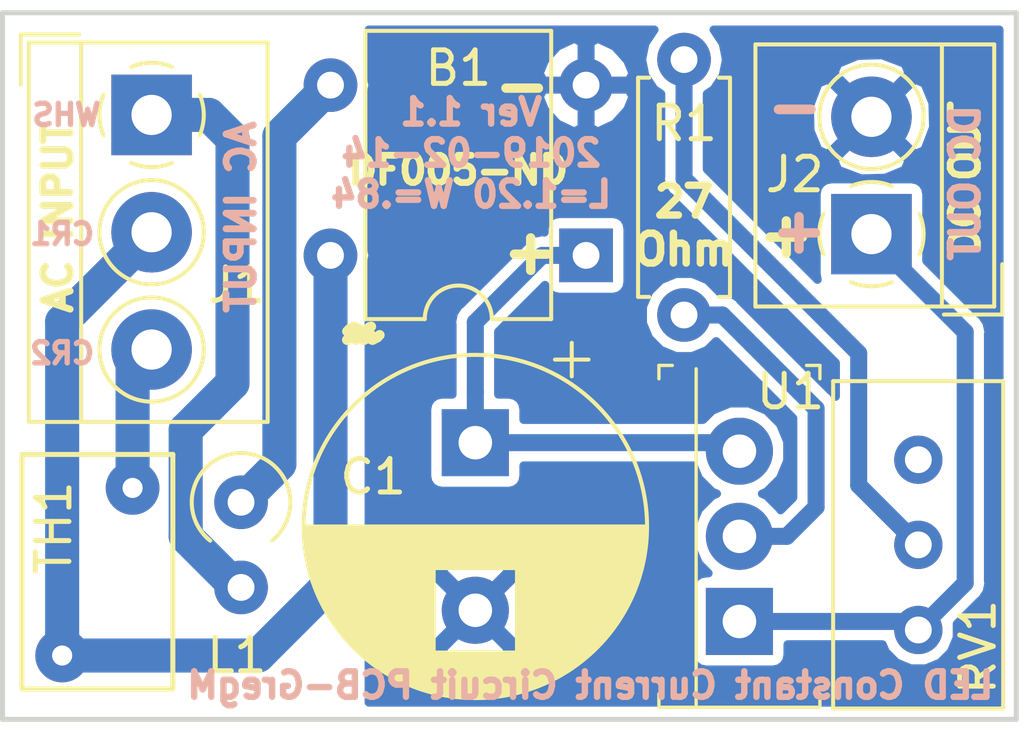
<source format=kicad_pcb>
(kicad_pcb (version 20171130) (host pcbnew "(5.0.2)-1")

  (general
    (thickness 1.6)
    (drawings 26)
    (tracks 39)
    (zones 0)
    (modules 9)
    (nets 11)
  )

  (page User 165.1 127)
  (title_block
    (date 2019-02-14)
    (rev "Ver 1.1")
  )

  (layers
    (0 F.Cu signal)
    (31 B.Cu signal)
    (32 B.Adhes user hide)
    (33 F.Adhes user hide)
    (34 B.Paste user hide)
    (35 F.Paste user hide)
    (36 B.SilkS user)
    (37 F.SilkS user)
    (38 B.Mask user)
    (39 F.Mask user)
    (40 Dwgs.User user hide)
    (41 Cmts.User user hide)
    (42 Eco1.User user hide)
    (43 Eco2.User user hide)
    (44 Edge.Cuts user)
    (45 Margin user)
    (46 B.CrtYd user)
    (47 F.CrtYd user)
    (48 B.Fab user)
    (49 F.Fab user)
  )

  (setup
    (last_trace_width 0.25)
    (user_trace_width 0.508)
    (user_trace_width 1.016)
    (user_trace_width 1.4986)
    (trace_clearance 0.2)
    (zone_clearance 0.3048)
    (zone_45_only no)
    (trace_min 0.2)
    (segment_width 0.2)
    (edge_width 0.15)
    (via_size 0.8)
    (via_drill 0.4)
    (via_min_size 0.4)
    (via_min_drill 0.3)
    (uvia_size 0.3)
    (uvia_drill 0.1)
    (uvias_allowed no)
    (uvia_min_size 0.2)
    (uvia_min_drill 0.1)
    (pcb_text_width 0.3)
    (pcb_text_size 1.5 1.5)
    (mod_edge_width 0.15)
    (mod_text_size 1 1)
    (mod_text_width 0.15)
    (pad_size 1.524 1.524)
    (pad_drill 0.762)
    (pad_to_mask_clearance 0.051)
    (solder_mask_min_width 0.25)
    (aux_axis_origin 0 0)
    (visible_elements 7FFFFFFF)
    (pcbplotparams
      (layerselection 0x010fc_ffffffff)
      (usegerberextensions false)
      (usegerberattributes false)
      (usegerberadvancedattributes false)
      (creategerberjobfile false)
      (excludeedgelayer true)
      (linewidth 0.100000)
      (plotframeref false)
      (viasonmask false)
      (mode 1)
      (useauxorigin false)
      (hpglpennumber 1)
      (hpglpenspeed 20)
      (hpglpendiameter 15.000000)
      (psnegative false)
      (psa4output false)
      (plotreference true)
      (plotvalue true)
      (plotinvisibletext false)
      (padsonsilk false)
      (subtractmaskfromsilk false)
      (outputformat 1)
      (mirror false)
      (drillshape 1)
      (scaleselection 1)
      (outputdirectory ""))
  )

  (net 0 "")
  (net 1 "Net-(B1-Pad4)")
  (net 2 "Net-(B1-Pad2)")
  (net 3 "Net-(B1-Pad3)")
  (net 4 "Net-(B1-Pad1)")
  (net 5 "Net-(J1-Pad1)")
  (net 6 "Net-(J1-Pad3)")
  (net 7 "Net-(J2-Pad1)")
  (net 8 "Net-(R1-Pad1)")
  (net 9 "Net-(R1-Pad2)")
  (net 10 "Net-(RV1-Pad3)")

  (net_class Default "This is the default net class."
    (clearance 0.2)
    (trace_width 0.25)
    (via_dia 0.8)
    (via_drill 0.4)
    (uvia_dia 0.3)
    (uvia_drill 0.1)
    (add_net "Net-(B1-Pad1)")
    (add_net "Net-(B1-Pad2)")
    (add_net "Net-(B1-Pad3)")
    (add_net "Net-(B1-Pad4)")
    (add_net "Net-(J1-Pad1)")
    (add_net "Net-(J1-Pad3)")
    (add_net "Net-(J2-Pad1)")
    (add_net "Net-(R1-Pad1)")
    (add_net "Net-(R1-Pad2)")
    (add_net "Net-(RV1-Pad3)")
  )

  (module TerminalBlock_4Ucon:TerminalBlock_4Ucon_1x03_P3.50mm_Horizontal (layer F.Cu) (tedit 5B294E91) (tstamp 5C7037FC)
    (at 18.161 25.4 270)
    (descr "Terminal Block 4Ucon ItemNo. 20193, 3 pins, pitch 3.5mm, size 11.2x7mm^2, drill diamater 1.2mm, pad diameter 2.4mm, see http://www.4uconnector.com/online/object/4udrawing/20193.pdf, script-generated using https://github.com/pointhi/kicad-footprint-generator/scripts/TerminalBlock_4Ucon")
    (tags "THT Terminal Block 4Ucon ItemNo. 20193 pitch 3.5mm size 11.2x7mm^2 drill 1.2mm pad 2.4mm")
    (path /5C48DB4D)
    (fp_text reference J1 (at 5.08 -2.54) (layer F.SilkS)
      (effects (font (size 1 1) (thickness 0.15)))
    )
    (fp_text value Conn (at 3.302 2.794 270) (layer F.Fab)
      (effects (font (size 1 1) (thickness 0.15)))
    )
    (fp_arc (start 0 0) (end 0 1.555) (angle -23) (layer F.SilkS) (width 0.12))
    (fp_arc (start 0 0) (end 1.432 0.608) (angle -46) (layer F.SilkS) (width 0.12))
    (fp_arc (start 0 0) (end 0.608 -1.432) (angle -46) (layer F.SilkS) (width 0.12))
    (fp_arc (start 0 0) (end -1.432 -0.608) (angle -46) (layer F.SilkS) (width 0.12))
    (fp_arc (start 0 0) (end -0.608 1.432) (angle -24) (layer F.SilkS) (width 0.12))
    (fp_circle (center 0 0) (end 1.375 0) (layer F.Fab) (width 0.1))
    (fp_circle (center 3.5 0) (end 4.875 0) (layer F.Fab) (width 0.1))
    (fp_circle (center 3.5 0) (end 5.055 0) (layer F.SilkS) (width 0.12))
    (fp_circle (center 7 0) (end 8.375 0) (layer F.Fab) (width 0.1))
    (fp_circle (center 7 0) (end 8.555 0) (layer F.SilkS) (width 0.12))
    (fp_line (start -2.1 -3.4) (end 9.1 -3.4) (layer F.Fab) (width 0.1))
    (fp_line (start 9.1 -3.4) (end 9.1 3.6) (layer F.Fab) (width 0.1))
    (fp_line (start 9.1 3.6) (end -0.6 3.6) (layer F.Fab) (width 0.1))
    (fp_line (start -0.6 3.6) (end -2.1 2.1) (layer F.Fab) (width 0.1))
    (fp_line (start -2.1 2.1) (end -2.1 -3.4) (layer F.Fab) (width 0.1))
    (fp_line (start -2.1 2.1) (end 9.1 2.1) (layer F.Fab) (width 0.1))
    (fp_line (start -2.16 2.1) (end 9.16 2.1) (layer F.SilkS) (width 0.12))
    (fp_line (start -2.16 -3.46) (end 9.16 -3.46) (layer F.SilkS) (width 0.12))
    (fp_line (start -2.16 3.66) (end 9.16 3.66) (layer F.SilkS) (width 0.12))
    (fp_line (start -2.16 -3.46) (end -2.16 3.66) (layer F.SilkS) (width 0.12))
    (fp_line (start 9.16 -3.46) (end 9.16 3.66) (layer F.SilkS) (width 0.12))
    (fp_line (start -1.1 -0.069) (end -0.069 -0.069) (layer F.Fab) (width 0.1))
    (fp_line (start -0.069 -0.069) (end -0.069 -1.1) (layer F.Fab) (width 0.1))
    (fp_line (start -0.069 -1.1) (end 0.069 -1.1) (layer F.Fab) (width 0.1))
    (fp_line (start 0.069 -1.1) (end 0.069 -0.069) (layer F.Fab) (width 0.1))
    (fp_line (start 0.069 -0.069) (end 1.1 -0.069) (layer F.Fab) (width 0.1))
    (fp_line (start 1.1 -0.069) (end 1.1 0.069) (layer F.Fab) (width 0.1))
    (fp_line (start 1.1 0.069) (end 0.069 0.069) (layer F.Fab) (width 0.1))
    (fp_line (start 0.069 0.069) (end 0.069 1.1) (layer F.Fab) (width 0.1))
    (fp_line (start 0.069 1.1) (end -0.069 1.1) (layer F.Fab) (width 0.1))
    (fp_line (start -0.069 1.1) (end -0.069 0.069) (layer F.Fab) (width 0.1))
    (fp_line (start -0.069 0.069) (end -1.1 0.069) (layer F.Fab) (width 0.1))
    (fp_line (start -1.1 0.069) (end -1.1 -0.069) (layer F.Fab) (width 0.1))
    (fp_line (start 2.4 -0.069) (end 3.431 -0.069) (layer F.Fab) (width 0.1))
    (fp_line (start 3.431 -0.069) (end 3.431 -1.1) (layer F.Fab) (width 0.1))
    (fp_line (start 3.431 -1.1) (end 3.569 -1.1) (layer F.Fab) (width 0.1))
    (fp_line (start 3.569 -1.1) (end 3.569 -0.069) (layer F.Fab) (width 0.1))
    (fp_line (start 3.569 -0.069) (end 4.6 -0.069) (layer F.Fab) (width 0.1))
    (fp_line (start 4.6 -0.069) (end 4.6 0.069) (layer F.Fab) (width 0.1))
    (fp_line (start 4.6 0.069) (end 3.569 0.069) (layer F.Fab) (width 0.1))
    (fp_line (start 3.569 0.069) (end 3.569 1.1) (layer F.Fab) (width 0.1))
    (fp_line (start 3.569 1.1) (end 3.431 1.1) (layer F.Fab) (width 0.1))
    (fp_line (start 3.431 1.1) (end 3.431 0.069) (layer F.Fab) (width 0.1))
    (fp_line (start 3.431 0.069) (end 2.4 0.069) (layer F.Fab) (width 0.1))
    (fp_line (start 2.4 0.069) (end 2.4 -0.069) (layer F.Fab) (width 0.1))
    (fp_line (start 5.9 -0.069) (end 6.931 -0.069) (layer F.Fab) (width 0.1))
    (fp_line (start 6.931 -0.069) (end 6.931 -1.1) (layer F.Fab) (width 0.1))
    (fp_line (start 6.931 -1.1) (end 7.069 -1.1) (layer F.Fab) (width 0.1))
    (fp_line (start 7.069 -1.1) (end 7.069 -0.069) (layer F.Fab) (width 0.1))
    (fp_line (start 7.069 -0.069) (end 8.1 -0.069) (layer F.Fab) (width 0.1))
    (fp_line (start 8.1 -0.069) (end 8.1 0.069) (layer F.Fab) (width 0.1))
    (fp_line (start 8.1 0.069) (end 7.069 0.069) (layer F.Fab) (width 0.1))
    (fp_line (start 7.069 0.069) (end 7.069 1.1) (layer F.Fab) (width 0.1))
    (fp_line (start 7.069 1.1) (end 6.931 1.1) (layer F.Fab) (width 0.1))
    (fp_line (start 6.931 1.1) (end 6.931 0.069) (layer F.Fab) (width 0.1))
    (fp_line (start 6.931 0.069) (end 5.9 0.069) (layer F.Fab) (width 0.1))
    (fp_line (start 5.9 0.069) (end 5.9 -0.069) (layer F.Fab) (width 0.1))
    (fp_line (start -2.4 2.16) (end -2.4 3.9) (layer F.SilkS) (width 0.12))
    (fp_line (start -2.4 3.9) (end -0.9 3.9) (layer F.SilkS) (width 0.12))
    (fp_line (start -2.6 -3.9) (end -2.6 4.1) (layer F.CrtYd) (width 0.05))
    (fp_line (start -2.6 4.1) (end 9.6 4.1) (layer F.CrtYd) (width 0.05))
    (fp_line (start 9.6 4.1) (end 9.6 -3.9) (layer F.CrtYd) (width 0.05))
    (fp_line (start 9.6 -3.9) (end -2.6 -3.9) (layer F.CrtYd) (width 0.05))
    (fp_text user %R (at 5.08 -2.54) (layer F.Fab)
      (effects (font (size 1 1) (thickness 0.15)))
    )
    (pad 1 thru_hole rect (at 0 0 270) (size 2.4 2.4) (drill 1.2) (layers *.Cu *.Mask)
      (net 5 "Net-(J1-Pad1)"))
    (pad 2 thru_hole circle (at 3.5 0 270) (size 2.4 2.4) (drill 1.2) (layers *.Cu *.Mask)
      (net 1 "Net-(B1-Pad4)"))
    (pad 3 thru_hole circle (at 7 0 270) (size 2.4 2.4) (drill 1.2) (layers *.Cu *.Mask)
      (net 6 "Net-(J1-Pad3)"))
    (model ${KISYS3DMOD}/TerminalBlock_4Ucon.3dshapes/TerminalBlock_4Ucon_1x03_P3.50mm_Horizontal.wrl
      (at (xyz 0 0 0))
      (scale (xyz 1 1 1))
      (rotate (xyz 0 0 0))
    )
  )

  (module Diode_THT:Diode_Bridge_DIP-4_W7.62mm_P5.08mm (layer F.Cu) (tedit 5C65954C) (tstamp 5C7036E9)
    (at 31.115 29.591 180)
    (descr "4-lead dip package for diode bridges, row spacing 7.62 mm (300 mils), see http://cdn-reichelt.de/documents/datenblatt/A400/HDBL101G_20SERIES-TSC.pdf")
    (tags "DIL DIP PDIP 5.08mm 7.62mm 300mil")
    (path /5C48E00E)
    (fp_text reference B1 (at 3.81 5.588 180) (layer F.SilkS)
      (effects (font (size 1 1) (thickness 0.15)))
    )
    (fp_text value DF005M-ND (at 3.81 2.54 180) (layer F.Fab) hide
      (effects (font (size 0.8128 0.8128) (thickness 0.127)))
    )
    (fp_text user %R (at 3.81 5.588) (layer F.Fab)
      (effects (font (size 1 1) (thickness 0.15)))
    )
    (fp_line (start 6.58 -1.9) (end 4.81 -1.9) (layer F.SilkS) (width 0.12))
    (fp_line (start 6.58 6.7) (end 6.58 -1.9) (layer F.SilkS) (width 0.12))
    (fp_line (start 1.04 6.7) (end 6.58 6.7) (layer F.SilkS) (width 0.12))
    (fp_line (start 1.04 -1.9) (end 1.04 6.7) (layer F.SilkS) (width 0.12))
    (fp_line (start 2.81 -1.9) (end 1.04 -1.9) (layer F.SilkS) (width 0.12))
    (fp_line (start 0.635 -0.8) (end 1.635 -1.8) (layer F.Fab) (width 0.1))
    (fp_line (start 0.635 6.6) (end 0.635 -0.8) (layer F.Fab) (width 0.1))
    (fp_line (start 6.985 6.6) (end 0.635 6.6) (layer F.Fab) (width 0.1))
    (fp_line (start 6.985 -1.8) (end 6.985 6.6) (layer F.Fab) (width 0.1))
    (fp_line (start 1.635 -1.8) (end 6.985 -1.8) (layer F.Fab) (width 0.1))
    (fp_line (start -1.05 -2.05) (end 8.67 -2.05) (layer F.CrtYd) (width 0.05))
    (fp_line (start -1.05 -2.05) (end -1.05 6.85) (layer F.CrtYd) (width 0.05))
    (fp_line (start 8.67 6.85) (end 8.67 -2.05) (layer F.CrtYd) (width 0.05))
    (fp_line (start 8.67 6.85) (end -1.05 6.85) (layer F.CrtYd) (width 0.05))
    (fp_arc (start 3.81 -1.9) (end 2.81 -1.9) (angle -180) (layer F.SilkS) (width 0.12))
    (pad 4 thru_hole oval (at 7.62 0 180) (size 1.6 1.6) (drill 0.8) (layers *.Cu *.Mask)
      (net 1 "Net-(B1-Pad4)"))
    (pad 2 thru_hole oval (at 0 5.08 180) (size 1.6 1.6) (drill 0.8) (layers *.Cu *.Mask)
      (net 2 "Net-(B1-Pad2)"))
    (pad 3 thru_hole oval (at 7.62 5.08 180) (size 1.6 1.6) (drill 0.8) (layers *.Cu *.Mask)
      (net 3 "Net-(B1-Pad3)"))
    (pad 1 thru_hole rect (at 0 0 180) (size 1.6 1.6) (drill 0.8) (layers *.Cu *.Mask)
      (net 4 "Net-(B1-Pad1)"))
    (model ${KISYS3DMOD}/Diode_THT.3dshapes/Diode_Bridge_DIP-4_W7.62mm_P5.08mm.wrl
      (at (xyz 0 0 0))
      (scale (xyz 1 1 1))
      (rotate (xyz 0 0 0))
    )
  )

  (module Capacitor_THT:CP_Radial_D10.0mm_P5.00mm (layer F.Cu) (tedit 5AE50EF1) (tstamp 5C7037B5)
    (at 27.813 35.179 270)
    (descr "CP, Radial series, Radial, pin pitch=5.00mm, , diameter=10mm, Electrolytic Capacitor")
    (tags "CP Radial series Radial pin pitch 5.00mm  diameter 10mm Electrolytic Capacitor")
    (path /5C48E05F)
    (fp_text reference C1 (at 1.016 3.048) (layer F.SilkS)
      (effects (font (size 1 1) (thickness 0.15)))
    )
    (fp_text value 470uF (at 1.778 -2.54) (layer F.Fab)
      (effects (font (size 1 1) (thickness 0.15)))
    )
    (fp_circle (center 2.5 0) (end 7.5 0) (layer F.Fab) (width 0.1))
    (fp_circle (center 2.5 0) (end 7.62 0) (layer F.SilkS) (width 0.12))
    (fp_circle (center 2.5 0) (end 7.75 0) (layer F.CrtYd) (width 0.05))
    (fp_line (start -1.788861 -2.1875) (end -0.788861 -2.1875) (layer F.Fab) (width 0.1))
    (fp_line (start -1.288861 -2.6875) (end -1.288861 -1.6875) (layer F.Fab) (width 0.1))
    (fp_line (start 2.5 -5.08) (end 2.5 5.08) (layer F.SilkS) (width 0.12))
    (fp_line (start 2.54 -5.08) (end 2.54 5.08) (layer F.SilkS) (width 0.12))
    (fp_line (start 2.58 -5.08) (end 2.58 5.08) (layer F.SilkS) (width 0.12))
    (fp_line (start 2.62 -5.079) (end 2.62 5.079) (layer F.SilkS) (width 0.12))
    (fp_line (start 2.66 -5.078) (end 2.66 5.078) (layer F.SilkS) (width 0.12))
    (fp_line (start 2.7 -5.077) (end 2.7 5.077) (layer F.SilkS) (width 0.12))
    (fp_line (start 2.74 -5.075) (end 2.74 5.075) (layer F.SilkS) (width 0.12))
    (fp_line (start 2.78 -5.073) (end 2.78 5.073) (layer F.SilkS) (width 0.12))
    (fp_line (start 2.82 -5.07) (end 2.82 5.07) (layer F.SilkS) (width 0.12))
    (fp_line (start 2.86 -5.068) (end 2.86 5.068) (layer F.SilkS) (width 0.12))
    (fp_line (start 2.9 -5.065) (end 2.9 5.065) (layer F.SilkS) (width 0.12))
    (fp_line (start 2.94 -5.062) (end 2.94 5.062) (layer F.SilkS) (width 0.12))
    (fp_line (start 2.98 -5.058) (end 2.98 5.058) (layer F.SilkS) (width 0.12))
    (fp_line (start 3.02 -5.054) (end 3.02 5.054) (layer F.SilkS) (width 0.12))
    (fp_line (start 3.06 -5.05) (end 3.06 5.05) (layer F.SilkS) (width 0.12))
    (fp_line (start 3.1 -5.045) (end 3.1 5.045) (layer F.SilkS) (width 0.12))
    (fp_line (start 3.14 -5.04) (end 3.14 5.04) (layer F.SilkS) (width 0.12))
    (fp_line (start 3.18 -5.035) (end 3.18 5.035) (layer F.SilkS) (width 0.12))
    (fp_line (start 3.221 -5.03) (end 3.221 5.03) (layer F.SilkS) (width 0.12))
    (fp_line (start 3.261 -5.024) (end 3.261 5.024) (layer F.SilkS) (width 0.12))
    (fp_line (start 3.301 -5.018) (end 3.301 5.018) (layer F.SilkS) (width 0.12))
    (fp_line (start 3.341 -5.011) (end 3.341 5.011) (layer F.SilkS) (width 0.12))
    (fp_line (start 3.381 -5.004) (end 3.381 5.004) (layer F.SilkS) (width 0.12))
    (fp_line (start 3.421 -4.997) (end 3.421 4.997) (layer F.SilkS) (width 0.12))
    (fp_line (start 3.461 -4.99) (end 3.461 4.99) (layer F.SilkS) (width 0.12))
    (fp_line (start 3.501 -4.982) (end 3.501 4.982) (layer F.SilkS) (width 0.12))
    (fp_line (start 3.541 -4.974) (end 3.541 4.974) (layer F.SilkS) (width 0.12))
    (fp_line (start 3.581 -4.965) (end 3.581 4.965) (layer F.SilkS) (width 0.12))
    (fp_line (start 3.621 -4.956) (end 3.621 4.956) (layer F.SilkS) (width 0.12))
    (fp_line (start 3.661 -4.947) (end 3.661 4.947) (layer F.SilkS) (width 0.12))
    (fp_line (start 3.701 -4.938) (end 3.701 4.938) (layer F.SilkS) (width 0.12))
    (fp_line (start 3.741 -4.928) (end 3.741 4.928) (layer F.SilkS) (width 0.12))
    (fp_line (start 3.781 -4.918) (end 3.781 -1.241) (layer F.SilkS) (width 0.12))
    (fp_line (start 3.781 1.241) (end 3.781 4.918) (layer F.SilkS) (width 0.12))
    (fp_line (start 3.821 -4.907) (end 3.821 -1.241) (layer F.SilkS) (width 0.12))
    (fp_line (start 3.821 1.241) (end 3.821 4.907) (layer F.SilkS) (width 0.12))
    (fp_line (start 3.861 -4.897) (end 3.861 -1.241) (layer F.SilkS) (width 0.12))
    (fp_line (start 3.861 1.241) (end 3.861 4.897) (layer F.SilkS) (width 0.12))
    (fp_line (start 3.901 -4.885) (end 3.901 -1.241) (layer F.SilkS) (width 0.12))
    (fp_line (start 3.901 1.241) (end 3.901 4.885) (layer F.SilkS) (width 0.12))
    (fp_line (start 3.941 -4.874) (end 3.941 -1.241) (layer F.SilkS) (width 0.12))
    (fp_line (start 3.941 1.241) (end 3.941 4.874) (layer F.SilkS) (width 0.12))
    (fp_line (start 3.981 -4.862) (end 3.981 -1.241) (layer F.SilkS) (width 0.12))
    (fp_line (start 3.981 1.241) (end 3.981 4.862) (layer F.SilkS) (width 0.12))
    (fp_line (start 4.021 -4.85) (end 4.021 -1.241) (layer F.SilkS) (width 0.12))
    (fp_line (start 4.021 1.241) (end 4.021 4.85) (layer F.SilkS) (width 0.12))
    (fp_line (start 4.061 -4.837) (end 4.061 -1.241) (layer F.SilkS) (width 0.12))
    (fp_line (start 4.061 1.241) (end 4.061 4.837) (layer F.SilkS) (width 0.12))
    (fp_line (start 4.101 -4.824) (end 4.101 -1.241) (layer F.SilkS) (width 0.12))
    (fp_line (start 4.101 1.241) (end 4.101 4.824) (layer F.SilkS) (width 0.12))
    (fp_line (start 4.141 -4.811) (end 4.141 -1.241) (layer F.SilkS) (width 0.12))
    (fp_line (start 4.141 1.241) (end 4.141 4.811) (layer F.SilkS) (width 0.12))
    (fp_line (start 4.181 -4.797) (end 4.181 -1.241) (layer F.SilkS) (width 0.12))
    (fp_line (start 4.181 1.241) (end 4.181 4.797) (layer F.SilkS) (width 0.12))
    (fp_line (start 4.221 -4.783) (end 4.221 -1.241) (layer F.SilkS) (width 0.12))
    (fp_line (start 4.221 1.241) (end 4.221 4.783) (layer F.SilkS) (width 0.12))
    (fp_line (start 4.261 -4.768) (end 4.261 -1.241) (layer F.SilkS) (width 0.12))
    (fp_line (start 4.261 1.241) (end 4.261 4.768) (layer F.SilkS) (width 0.12))
    (fp_line (start 4.301 -4.754) (end 4.301 -1.241) (layer F.SilkS) (width 0.12))
    (fp_line (start 4.301 1.241) (end 4.301 4.754) (layer F.SilkS) (width 0.12))
    (fp_line (start 4.341 -4.738) (end 4.341 -1.241) (layer F.SilkS) (width 0.12))
    (fp_line (start 4.341 1.241) (end 4.341 4.738) (layer F.SilkS) (width 0.12))
    (fp_line (start 4.381 -4.723) (end 4.381 -1.241) (layer F.SilkS) (width 0.12))
    (fp_line (start 4.381 1.241) (end 4.381 4.723) (layer F.SilkS) (width 0.12))
    (fp_line (start 4.421 -4.707) (end 4.421 -1.241) (layer F.SilkS) (width 0.12))
    (fp_line (start 4.421 1.241) (end 4.421 4.707) (layer F.SilkS) (width 0.12))
    (fp_line (start 4.461 -4.69) (end 4.461 -1.241) (layer F.SilkS) (width 0.12))
    (fp_line (start 4.461 1.241) (end 4.461 4.69) (layer F.SilkS) (width 0.12))
    (fp_line (start 4.501 -4.674) (end 4.501 -1.241) (layer F.SilkS) (width 0.12))
    (fp_line (start 4.501 1.241) (end 4.501 4.674) (layer F.SilkS) (width 0.12))
    (fp_line (start 4.541 -4.657) (end 4.541 -1.241) (layer F.SilkS) (width 0.12))
    (fp_line (start 4.541 1.241) (end 4.541 4.657) (layer F.SilkS) (width 0.12))
    (fp_line (start 4.581 -4.639) (end 4.581 -1.241) (layer F.SilkS) (width 0.12))
    (fp_line (start 4.581 1.241) (end 4.581 4.639) (layer F.SilkS) (width 0.12))
    (fp_line (start 4.621 -4.621) (end 4.621 -1.241) (layer F.SilkS) (width 0.12))
    (fp_line (start 4.621 1.241) (end 4.621 4.621) (layer F.SilkS) (width 0.12))
    (fp_line (start 4.661 -4.603) (end 4.661 -1.241) (layer F.SilkS) (width 0.12))
    (fp_line (start 4.661 1.241) (end 4.661 4.603) (layer F.SilkS) (width 0.12))
    (fp_line (start 4.701 -4.584) (end 4.701 -1.241) (layer F.SilkS) (width 0.12))
    (fp_line (start 4.701 1.241) (end 4.701 4.584) (layer F.SilkS) (width 0.12))
    (fp_line (start 4.741 -4.564) (end 4.741 -1.241) (layer F.SilkS) (width 0.12))
    (fp_line (start 4.741 1.241) (end 4.741 4.564) (layer F.SilkS) (width 0.12))
    (fp_line (start 4.781 -4.545) (end 4.781 -1.241) (layer F.SilkS) (width 0.12))
    (fp_line (start 4.781 1.241) (end 4.781 4.545) (layer F.SilkS) (width 0.12))
    (fp_line (start 4.821 -4.525) (end 4.821 -1.241) (layer F.SilkS) (width 0.12))
    (fp_line (start 4.821 1.241) (end 4.821 4.525) (layer F.SilkS) (width 0.12))
    (fp_line (start 4.861 -4.504) (end 4.861 -1.241) (layer F.SilkS) (width 0.12))
    (fp_line (start 4.861 1.241) (end 4.861 4.504) (layer F.SilkS) (width 0.12))
    (fp_line (start 4.901 -4.483) (end 4.901 -1.241) (layer F.SilkS) (width 0.12))
    (fp_line (start 4.901 1.241) (end 4.901 4.483) (layer F.SilkS) (width 0.12))
    (fp_line (start 4.941 -4.462) (end 4.941 -1.241) (layer F.SilkS) (width 0.12))
    (fp_line (start 4.941 1.241) (end 4.941 4.462) (layer F.SilkS) (width 0.12))
    (fp_line (start 4.981 -4.44) (end 4.981 -1.241) (layer F.SilkS) (width 0.12))
    (fp_line (start 4.981 1.241) (end 4.981 4.44) (layer F.SilkS) (width 0.12))
    (fp_line (start 5.021 -4.417) (end 5.021 -1.241) (layer F.SilkS) (width 0.12))
    (fp_line (start 5.021 1.241) (end 5.021 4.417) (layer F.SilkS) (width 0.12))
    (fp_line (start 5.061 -4.395) (end 5.061 -1.241) (layer F.SilkS) (width 0.12))
    (fp_line (start 5.061 1.241) (end 5.061 4.395) (layer F.SilkS) (width 0.12))
    (fp_line (start 5.101 -4.371) (end 5.101 -1.241) (layer F.SilkS) (width 0.12))
    (fp_line (start 5.101 1.241) (end 5.101 4.371) (layer F.SilkS) (width 0.12))
    (fp_line (start 5.141 -4.347) (end 5.141 -1.241) (layer F.SilkS) (width 0.12))
    (fp_line (start 5.141 1.241) (end 5.141 4.347) (layer F.SilkS) (width 0.12))
    (fp_line (start 5.181 -4.323) (end 5.181 -1.241) (layer F.SilkS) (width 0.12))
    (fp_line (start 5.181 1.241) (end 5.181 4.323) (layer F.SilkS) (width 0.12))
    (fp_line (start 5.221 -4.298) (end 5.221 -1.241) (layer F.SilkS) (width 0.12))
    (fp_line (start 5.221 1.241) (end 5.221 4.298) (layer F.SilkS) (width 0.12))
    (fp_line (start 5.261 -4.273) (end 5.261 -1.241) (layer F.SilkS) (width 0.12))
    (fp_line (start 5.261 1.241) (end 5.261 4.273) (layer F.SilkS) (width 0.12))
    (fp_line (start 5.301 -4.247) (end 5.301 -1.241) (layer F.SilkS) (width 0.12))
    (fp_line (start 5.301 1.241) (end 5.301 4.247) (layer F.SilkS) (width 0.12))
    (fp_line (start 5.341 -4.221) (end 5.341 -1.241) (layer F.SilkS) (width 0.12))
    (fp_line (start 5.341 1.241) (end 5.341 4.221) (layer F.SilkS) (width 0.12))
    (fp_line (start 5.381 -4.194) (end 5.381 -1.241) (layer F.SilkS) (width 0.12))
    (fp_line (start 5.381 1.241) (end 5.381 4.194) (layer F.SilkS) (width 0.12))
    (fp_line (start 5.421 -4.166) (end 5.421 -1.241) (layer F.SilkS) (width 0.12))
    (fp_line (start 5.421 1.241) (end 5.421 4.166) (layer F.SilkS) (width 0.12))
    (fp_line (start 5.461 -4.138) (end 5.461 -1.241) (layer F.SilkS) (width 0.12))
    (fp_line (start 5.461 1.241) (end 5.461 4.138) (layer F.SilkS) (width 0.12))
    (fp_line (start 5.501 -4.11) (end 5.501 -1.241) (layer F.SilkS) (width 0.12))
    (fp_line (start 5.501 1.241) (end 5.501 4.11) (layer F.SilkS) (width 0.12))
    (fp_line (start 5.541 -4.08) (end 5.541 -1.241) (layer F.SilkS) (width 0.12))
    (fp_line (start 5.541 1.241) (end 5.541 4.08) (layer F.SilkS) (width 0.12))
    (fp_line (start 5.581 -4.05) (end 5.581 -1.241) (layer F.SilkS) (width 0.12))
    (fp_line (start 5.581 1.241) (end 5.581 4.05) (layer F.SilkS) (width 0.12))
    (fp_line (start 5.621 -4.02) (end 5.621 -1.241) (layer F.SilkS) (width 0.12))
    (fp_line (start 5.621 1.241) (end 5.621 4.02) (layer F.SilkS) (width 0.12))
    (fp_line (start 5.661 -3.989) (end 5.661 -1.241) (layer F.SilkS) (width 0.12))
    (fp_line (start 5.661 1.241) (end 5.661 3.989) (layer F.SilkS) (width 0.12))
    (fp_line (start 5.701 -3.957) (end 5.701 -1.241) (layer F.SilkS) (width 0.12))
    (fp_line (start 5.701 1.241) (end 5.701 3.957) (layer F.SilkS) (width 0.12))
    (fp_line (start 5.741 -3.925) (end 5.741 -1.241) (layer F.SilkS) (width 0.12))
    (fp_line (start 5.741 1.241) (end 5.741 3.925) (layer F.SilkS) (width 0.12))
    (fp_line (start 5.781 -3.892) (end 5.781 -1.241) (layer F.SilkS) (width 0.12))
    (fp_line (start 5.781 1.241) (end 5.781 3.892) (layer F.SilkS) (width 0.12))
    (fp_line (start 5.821 -3.858) (end 5.821 -1.241) (layer F.SilkS) (width 0.12))
    (fp_line (start 5.821 1.241) (end 5.821 3.858) (layer F.SilkS) (width 0.12))
    (fp_line (start 5.861 -3.824) (end 5.861 -1.241) (layer F.SilkS) (width 0.12))
    (fp_line (start 5.861 1.241) (end 5.861 3.824) (layer F.SilkS) (width 0.12))
    (fp_line (start 5.901 -3.789) (end 5.901 -1.241) (layer F.SilkS) (width 0.12))
    (fp_line (start 5.901 1.241) (end 5.901 3.789) (layer F.SilkS) (width 0.12))
    (fp_line (start 5.941 -3.753) (end 5.941 -1.241) (layer F.SilkS) (width 0.12))
    (fp_line (start 5.941 1.241) (end 5.941 3.753) (layer F.SilkS) (width 0.12))
    (fp_line (start 5.981 -3.716) (end 5.981 -1.241) (layer F.SilkS) (width 0.12))
    (fp_line (start 5.981 1.241) (end 5.981 3.716) (layer F.SilkS) (width 0.12))
    (fp_line (start 6.021 -3.679) (end 6.021 -1.241) (layer F.SilkS) (width 0.12))
    (fp_line (start 6.021 1.241) (end 6.021 3.679) (layer F.SilkS) (width 0.12))
    (fp_line (start 6.061 -3.64) (end 6.061 -1.241) (layer F.SilkS) (width 0.12))
    (fp_line (start 6.061 1.241) (end 6.061 3.64) (layer F.SilkS) (width 0.12))
    (fp_line (start 6.101 -3.601) (end 6.101 -1.241) (layer F.SilkS) (width 0.12))
    (fp_line (start 6.101 1.241) (end 6.101 3.601) (layer F.SilkS) (width 0.12))
    (fp_line (start 6.141 -3.561) (end 6.141 -1.241) (layer F.SilkS) (width 0.12))
    (fp_line (start 6.141 1.241) (end 6.141 3.561) (layer F.SilkS) (width 0.12))
    (fp_line (start 6.181 -3.52) (end 6.181 -1.241) (layer F.SilkS) (width 0.12))
    (fp_line (start 6.181 1.241) (end 6.181 3.52) (layer F.SilkS) (width 0.12))
    (fp_line (start 6.221 -3.478) (end 6.221 -1.241) (layer F.SilkS) (width 0.12))
    (fp_line (start 6.221 1.241) (end 6.221 3.478) (layer F.SilkS) (width 0.12))
    (fp_line (start 6.261 -3.436) (end 6.261 3.436) (layer F.SilkS) (width 0.12))
    (fp_line (start 6.301 -3.392) (end 6.301 3.392) (layer F.SilkS) (width 0.12))
    (fp_line (start 6.341 -3.347) (end 6.341 3.347) (layer F.SilkS) (width 0.12))
    (fp_line (start 6.381 -3.301) (end 6.381 3.301) (layer F.SilkS) (width 0.12))
    (fp_line (start 6.421 -3.254) (end 6.421 3.254) (layer F.SilkS) (width 0.12))
    (fp_line (start 6.461 -3.206) (end 6.461 3.206) (layer F.SilkS) (width 0.12))
    (fp_line (start 6.501 -3.156) (end 6.501 3.156) (layer F.SilkS) (width 0.12))
    (fp_line (start 6.541 -3.106) (end 6.541 3.106) (layer F.SilkS) (width 0.12))
    (fp_line (start 6.581 -3.054) (end 6.581 3.054) (layer F.SilkS) (width 0.12))
    (fp_line (start 6.621 -3) (end 6.621 3) (layer F.SilkS) (width 0.12))
    (fp_line (start 6.661 -2.945) (end 6.661 2.945) (layer F.SilkS) (width 0.12))
    (fp_line (start 6.701 -2.889) (end 6.701 2.889) (layer F.SilkS) (width 0.12))
    (fp_line (start 6.741 -2.83) (end 6.741 2.83) (layer F.SilkS) (width 0.12))
    (fp_line (start 6.781 -2.77) (end 6.781 2.77) (layer F.SilkS) (width 0.12))
    (fp_line (start 6.821 -2.709) (end 6.821 2.709) (layer F.SilkS) (width 0.12))
    (fp_line (start 6.861 -2.645) (end 6.861 2.645) (layer F.SilkS) (width 0.12))
    (fp_line (start 6.901 -2.579) (end 6.901 2.579) (layer F.SilkS) (width 0.12))
    (fp_line (start 6.941 -2.51) (end 6.941 2.51) (layer F.SilkS) (width 0.12))
    (fp_line (start 6.981 -2.439) (end 6.981 2.439) (layer F.SilkS) (width 0.12))
    (fp_line (start 7.021 -2.365) (end 7.021 2.365) (layer F.SilkS) (width 0.12))
    (fp_line (start 7.061 -2.289) (end 7.061 2.289) (layer F.SilkS) (width 0.12))
    (fp_line (start 7.101 -2.209) (end 7.101 2.209) (layer F.SilkS) (width 0.12))
    (fp_line (start 7.141 -2.125) (end 7.141 2.125) (layer F.SilkS) (width 0.12))
    (fp_line (start 7.181 -2.037) (end 7.181 2.037) (layer F.SilkS) (width 0.12))
    (fp_line (start 7.221 -1.944) (end 7.221 1.944) (layer F.SilkS) (width 0.12))
    (fp_line (start 7.261 -1.846) (end 7.261 1.846) (layer F.SilkS) (width 0.12))
    (fp_line (start 7.301 -1.742) (end 7.301 1.742) (layer F.SilkS) (width 0.12))
    (fp_line (start 7.341 -1.63) (end 7.341 1.63) (layer F.SilkS) (width 0.12))
    (fp_line (start 7.381 -1.51) (end 7.381 1.51) (layer F.SilkS) (width 0.12))
    (fp_line (start 7.421 -1.378) (end 7.421 1.378) (layer F.SilkS) (width 0.12))
    (fp_line (start 7.461 -1.23) (end 7.461 1.23) (layer F.SilkS) (width 0.12))
    (fp_line (start 7.501 -1.062) (end 7.501 1.062) (layer F.SilkS) (width 0.12))
    (fp_line (start 7.541 -0.862) (end 7.541 0.862) (layer F.SilkS) (width 0.12))
    (fp_line (start 7.581 -0.599) (end 7.581 0.599) (layer F.SilkS) (width 0.12))
    (fp_line (start -2.979646 -2.875) (end -1.979646 -2.875) (layer F.SilkS) (width 0.12))
    (fp_line (start -2.479646 -3.375) (end -2.479646 -2.375) (layer F.SilkS) (width 0.12))
    (fp_text user %R (at 1.016 3.048) (layer F.Fab)
      (effects (font (size 1 1) (thickness 0.15)))
    )
    (pad 1 thru_hole rect (at 0 0 270) (size 2 2) (drill 1) (layers *.Cu *.Mask)
      (net 4 "Net-(B1-Pad1)"))
    (pad 2 thru_hole circle (at 5 0 270) (size 2 2) (drill 1) (layers *.Cu *.Mask)
      (net 2 "Net-(B1-Pad2)"))
    (model ${KISYS3DMOD}/Capacitor_THT.3dshapes/CP_Radial_D10.0mm_P5.00mm.wrl
      (at (xyz 0 0 0))
      (scale (xyz 1 1 1))
      (rotate (xyz 0 0 0))
    )
  )

  (module TerminalBlock_4Ucon:TerminalBlock_4Ucon_1x02_P3.50mm_Horizontal (layer F.Cu) (tedit 5B294E91) (tstamp 5C703834)
    (at 39.624 28.956 90)
    (descr "Terminal Block 4Ucon ItemNo. 19963, 2 pins, pitch 3.5mm, size 7.7x7mm^2, drill diamater 1.2mm, pad diameter 2.4mm, see http://www.4uconnector.com/online/object/4udrawing/19963.pdf, script-generated using https://github.com/pointhi/kicad-footprint-generator/scripts/TerminalBlock_4Ucon")
    (tags "THT Terminal Block 4Ucon ItemNo. 19963 pitch 3.5mm size 7.7x7mm^2 drill 1.2mm pad 2.4mm")
    (path /5C48DBD2)
    (fp_text reference J2 (at 1.778 -2.286 180) (layer F.SilkS)
      (effects (font (size 1 1) (thickness 0.15)))
    )
    (fp_text value Conn (at 1.778 2.794 90) (layer F.Fab)
      (effects (font (size 1 1) (thickness 0.15)))
    )
    (fp_arc (start 0 0) (end 0 1.555) (angle -23) (layer F.SilkS) (width 0.12))
    (fp_arc (start 0 0) (end 1.432 0.608) (angle -46) (layer F.SilkS) (width 0.12))
    (fp_arc (start 0 0) (end 0.608 -1.432) (angle -46) (layer F.SilkS) (width 0.12))
    (fp_arc (start 0 0) (end -1.432 -0.608) (angle -46) (layer F.SilkS) (width 0.12))
    (fp_arc (start 0 0) (end -0.608 1.432) (angle -24) (layer F.SilkS) (width 0.12))
    (fp_circle (center 0 0) (end 1.375 0) (layer F.Fab) (width 0.1))
    (fp_circle (center 3.5 0) (end 4.875 0) (layer F.Fab) (width 0.1))
    (fp_circle (center 3.5 0) (end 5.055 0) (layer F.SilkS) (width 0.12))
    (fp_line (start -2.1 -3.4) (end 5.6 -3.4) (layer F.Fab) (width 0.1))
    (fp_line (start 5.6 -3.4) (end 5.6 3.6) (layer F.Fab) (width 0.1))
    (fp_line (start 5.6 3.6) (end -0.6 3.6) (layer F.Fab) (width 0.1))
    (fp_line (start -0.6 3.6) (end -2.1 2.1) (layer F.Fab) (width 0.1))
    (fp_line (start -2.1 2.1) (end -2.1 -3.4) (layer F.Fab) (width 0.1))
    (fp_line (start -2.1 2.1) (end 5.6 2.1) (layer F.Fab) (width 0.1))
    (fp_line (start -2.16 2.1) (end 5.66 2.1) (layer F.SilkS) (width 0.12))
    (fp_line (start -2.16 -3.46) (end 5.66 -3.46) (layer F.SilkS) (width 0.12))
    (fp_line (start -2.16 3.66) (end 5.66 3.66) (layer F.SilkS) (width 0.12))
    (fp_line (start -2.16 -3.46) (end -2.16 3.66) (layer F.SilkS) (width 0.12))
    (fp_line (start 5.66 -3.46) (end 5.66 3.66) (layer F.SilkS) (width 0.12))
    (fp_line (start -1.1 -0.069) (end -0.069 -0.069) (layer F.Fab) (width 0.1))
    (fp_line (start -0.069 -0.069) (end -0.069 -1.1) (layer F.Fab) (width 0.1))
    (fp_line (start -0.069 -1.1) (end 0.069 -1.1) (layer F.Fab) (width 0.1))
    (fp_line (start 0.069 -1.1) (end 0.069 -0.069) (layer F.Fab) (width 0.1))
    (fp_line (start 0.069 -0.069) (end 1.1 -0.069) (layer F.Fab) (width 0.1))
    (fp_line (start 1.1 -0.069) (end 1.1 0.069) (layer F.Fab) (width 0.1))
    (fp_line (start 1.1 0.069) (end 0.069 0.069) (layer F.Fab) (width 0.1))
    (fp_line (start 0.069 0.069) (end 0.069 1.1) (layer F.Fab) (width 0.1))
    (fp_line (start 0.069 1.1) (end -0.069 1.1) (layer F.Fab) (width 0.1))
    (fp_line (start -0.069 1.1) (end -0.069 0.069) (layer F.Fab) (width 0.1))
    (fp_line (start -0.069 0.069) (end -1.1 0.069) (layer F.Fab) (width 0.1))
    (fp_line (start -1.1 0.069) (end -1.1 -0.069) (layer F.Fab) (width 0.1))
    (fp_line (start 2.4 -0.069) (end 3.431 -0.069) (layer F.Fab) (width 0.1))
    (fp_line (start 3.431 -0.069) (end 3.431 -1.1) (layer F.Fab) (width 0.1))
    (fp_line (start 3.431 -1.1) (end 3.569 -1.1) (layer F.Fab) (width 0.1))
    (fp_line (start 3.569 -1.1) (end 3.569 -0.069) (layer F.Fab) (width 0.1))
    (fp_line (start 3.569 -0.069) (end 4.6 -0.069) (layer F.Fab) (width 0.1))
    (fp_line (start 4.6 -0.069) (end 4.6 0.069) (layer F.Fab) (width 0.1))
    (fp_line (start 4.6 0.069) (end 3.569 0.069) (layer F.Fab) (width 0.1))
    (fp_line (start 3.569 0.069) (end 3.569 1.1) (layer F.Fab) (width 0.1))
    (fp_line (start 3.569 1.1) (end 3.431 1.1) (layer F.Fab) (width 0.1))
    (fp_line (start 3.431 1.1) (end 3.431 0.069) (layer F.Fab) (width 0.1))
    (fp_line (start 3.431 0.069) (end 2.4 0.069) (layer F.Fab) (width 0.1))
    (fp_line (start 2.4 0.069) (end 2.4 -0.069) (layer F.Fab) (width 0.1))
    (fp_line (start -2.4 2.16) (end -2.4 3.9) (layer F.SilkS) (width 0.12))
    (fp_line (start -2.4 3.9) (end -0.9 3.9) (layer F.SilkS) (width 0.12))
    (fp_line (start -2.6 -3.9) (end -2.6 4.1) (layer F.CrtYd) (width 0.05))
    (fp_line (start -2.6 4.1) (end 6.1 4.1) (layer F.CrtYd) (width 0.05))
    (fp_line (start 6.1 4.1) (end 6.1 -3.9) (layer F.CrtYd) (width 0.05))
    (fp_line (start 6.1 -3.9) (end -2.6 -3.9) (layer F.CrtYd) (width 0.05))
    (fp_text user %R (at 1.778 -2.286 180) (layer F.Fab)
      (effects (font (size 1 1) (thickness 0.15)))
    )
    (pad 1 thru_hole rect (at 0 0 90) (size 2.4 2.4) (drill 1.2) (layers *.Cu *.Mask)
      (net 7 "Net-(J2-Pad1)"))
    (pad 2 thru_hole circle (at 3.5 0 90) (size 2.4 2.4) (drill 1.2) (layers *.Cu *.Mask)
      (net 2 "Net-(B1-Pad2)"))
    (model ${KISYS3DMOD}/TerminalBlock_4Ucon.3dshapes/TerminalBlock_4Ucon_1x02_P3.50mm_Horizontal.wrl
      (at (xyz 0 0 0))
      (scale (xyz 1 1 1))
      (rotate (xyz 0 0 0))
    )
  )

  (module Inductor_THT:L_Axial_L6.6mm_D2.7mm_P2.54mm_Vertical_Vishay_IM-2 (layer F.Cu) (tedit 5C658B9A) (tstamp 5C703842)
    (at 20.828 36.957 270)
    (descr "Inductor, Axial series, Axial, Vertical, pin pitch=2.54mm, , length*diameter=6.6*2.7mm^2, Vishay, IM-2, http://www.vishay.com/docs/34030/im.pdf")
    (tags "Inductor Axial series Axial Vertical pin pitch 2.54mm  length 6.6mm diameter 2.7mm Vishay IM-2")
    (path /5C48FAB0)
    (fp_text reference L1 (at 4.572 0.127) (layer F.SilkS)
      (effects (font (size 1 1) (thickness 0.15)))
    )
    (fp_text value 22uh (at 4.064 -0.254) (layer F.Fab) hide
      (effects (font (size 1 1) (thickness 0.15)))
    )
    (fp_arc (start 0 0) (end 1.146516 -0.92) (angle -282.510745) (layer F.SilkS) (width 0.12))
    (fp_circle (center 0 0) (end 1.35 0) (layer F.Fab) (width 0.1))
    (fp_line (start 0 0) (end 2.54 0) (layer F.Fab) (width 0.1))
    (fp_line (start -1.6 -1.6) (end -1.6 1.6) (layer F.CrtYd) (width 0.05))
    (fp_line (start -1.6 1.6) (end 3.59 1.6) (layer F.CrtYd) (width 0.05))
    (fp_line (start 3.59 1.6) (end 3.59 -1.6) (layer F.CrtYd) (width 0.05))
    (fp_line (start 3.59 -1.6) (end -1.6 -1.6) (layer F.CrtYd) (width 0.05))
    (fp_text user %R (at 4.572 0.127) (layer F.Fab)
      (effects (font (size 1 1) (thickness 0.15)))
    )
    (pad 1 thru_hole circle (at 0 0 270) (size 1.6 1.6) (drill 0.8) (layers *.Cu *.Mask)
      (net 3 "Net-(B1-Pad3)"))
    (pad 2 thru_hole oval (at 2.54 0 270) (size 1.6 1.6) (drill 0.8) (layers *.Cu *.Mask)
      (net 5 "Net-(J1-Pad1)"))
    (model ${KISYS3DMOD}/Inductor_THT.3dshapes/L_Axial_L6.6mm_D2.7mm_P2.54mm_Vertical_Vishay_IM-2.wrl
      (at (xyz 0 0 0))
      (scale (xyz 1 1 1))
      (rotate (xyz 0 0 0))
    )
  )

  (module Resistor_THT:R_Axial_DIN0207_L6.3mm_D2.5mm_P7.62mm_Horizontal (layer F.Cu) (tedit 5C6594EA) (tstamp 5C703859)
    (at 34.036 31.369 90)
    (descr "Resistor, Axial_DIN0207 series, Axial, Horizontal, pin pitch=7.62mm, 0.25W = 1/4W, length*diameter=6.3*2.5mm^2, http://cdn-reichelt.de/documents/datenblatt/B400/1_4W%23YAG.pdf")
    (tags "Resistor Axial_DIN0207 series Axial Horizontal pin pitch 7.62mm 0.25W = 1/4W length 6.3mm diameter 2.5mm")
    (path /5C48E408)
    (fp_text reference R1 (at 5.715 0 -180) (layer F.SilkS)
      (effects (font (size 1 1) (thickness 0.15)))
    )
    (fp_text value "27 Ohm" (at 4.318 0.254 -180) (layer F.Fab) hide
      (effects (font (size 0.889 0.889) (thickness 0.127)))
    )
    (fp_line (start 0.66 -1.25) (end 0.66 1.25) (layer F.Fab) (width 0.1))
    (fp_line (start 0.66 1.25) (end 6.96 1.25) (layer F.Fab) (width 0.1))
    (fp_line (start 6.96 1.25) (end 6.96 -1.25) (layer F.Fab) (width 0.1))
    (fp_line (start 6.96 -1.25) (end 0.66 -1.25) (layer F.Fab) (width 0.1))
    (fp_line (start 0 0) (end 0.66 0) (layer F.Fab) (width 0.1))
    (fp_line (start 7.62 0) (end 6.96 0) (layer F.Fab) (width 0.1))
    (fp_line (start 0.54 -1.04) (end 0.54 -1.37) (layer F.SilkS) (width 0.12))
    (fp_line (start 0.54 -1.37) (end 7.08 -1.37) (layer F.SilkS) (width 0.12))
    (fp_line (start 7.08 -1.37) (end 7.08 -1.04) (layer F.SilkS) (width 0.12))
    (fp_line (start 0.54 1.04) (end 0.54 1.37) (layer F.SilkS) (width 0.12))
    (fp_line (start 0.54 1.37) (end 7.08 1.37) (layer F.SilkS) (width 0.12))
    (fp_line (start 7.08 1.37) (end 7.08 1.04) (layer F.SilkS) (width 0.12))
    (fp_line (start -1.05 -1.5) (end -1.05 1.5) (layer F.CrtYd) (width 0.05))
    (fp_line (start -1.05 1.5) (end 8.67 1.5) (layer F.CrtYd) (width 0.05))
    (fp_line (start 8.67 1.5) (end 8.67 -1.5) (layer F.CrtYd) (width 0.05))
    (fp_line (start 8.67 -1.5) (end -1.05 -1.5) (layer F.CrtYd) (width 0.05))
    (fp_text user %R (at 5.715 0 -180) (layer F.Fab)
      (effects (font (size 1 1) (thickness 0.15)))
    )
    (pad 1 thru_hole circle (at 0 0 90) (size 1.6 1.6) (drill 0.8) (layers *.Cu *.Mask)
      (net 8 "Net-(R1-Pad1)"))
    (pad 2 thru_hole oval (at 7.62 0 90) (size 1.6 1.6) (drill 0.8) (layers *.Cu *.Mask)
      (net 9 "Net-(R1-Pad2)"))
    (model ${KISYS3DMOD}/Resistor_THT.3dshapes/R_Axial_DIN0207_L6.3mm_D2.5mm_P7.62mm_Horizontal.wrl
      (at (xyz 0 0 0))
      (scale (xyz 1 1 1))
      (rotate (xyz 0 0 0))
    )
  )

  (module Potentiometer_THT:Potentiometer_Bourns_3296W_Vertical (layer F.Cu) (tedit 5A3D4994) (tstamp 5C703870)
    (at 41.021 40.767 270)
    (descr "Potentiometer, vertical, Bourns 3296W, https://www.bourns.com/pdfs/3296.pdf")
    (tags "Potentiometer vertical Bourns 3296W")
    (path /5C48E340)
    (fp_text reference RV1 (at 0.508 -1.778 270) (layer F.SilkS)
      (effects (font (size 1 1) (thickness 0.15)))
    )
    (fp_text value "200 Ohm" (at -3.81 1.524 270) (layer F.Fab)
      (effects (font (size 1 1) (thickness 0.15)))
    )
    (fp_circle (center 0.955 1.15) (end 2.05 1.15) (layer F.Fab) (width 0.1))
    (fp_line (start -7.305 -2.41) (end -7.305 2.42) (layer F.Fab) (width 0.1))
    (fp_line (start -7.305 2.42) (end 2.225 2.42) (layer F.Fab) (width 0.1))
    (fp_line (start 2.225 2.42) (end 2.225 -2.41) (layer F.Fab) (width 0.1))
    (fp_line (start 2.225 -2.41) (end -7.305 -2.41) (layer F.Fab) (width 0.1))
    (fp_line (start 0.955 2.235) (end 0.956 0.066) (layer F.Fab) (width 0.1))
    (fp_line (start 0.955 2.235) (end 0.956 0.066) (layer F.Fab) (width 0.1))
    (fp_line (start -7.425 -2.53) (end 2.345 -2.53) (layer F.SilkS) (width 0.12))
    (fp_line (start -7.425 2.54) (end 2.345 2.54) (layer F.SilkS) (width 0.12))
    (fp_line (start -7.425 -2.53) (end -7.425 2.54) (layer F.SilkS) (width 0.12))
    (fp_line (start 2.345 -2.53) (end 2.345 2.54) (layer F.SilkS) (width 0.12))
    (fp_line (start -7.6 -2.7) (end -7.6 2.7) (layer F.CrtYd) (width 0.05))
    (fp_line (start -7.6 2.7) (end 2.5 2.7) (layer F.CrtYd) (width 0.05))
    (fp_line (start 2.5 2.7) (end 2.5 -2.7) (layer F.CrtYd) (width 0.05))
    (fp_line (start 2.5 -2.7) (end -7.6 -2.7) (layer F.CrtYd) (width 0.05))
    (fp_text user %R (at -3.175 0.005 270) (layer F.Fab)
      (effects (font (size 1 1) (thickness 0.15)))
    )
    (pad 1 thru_hole circle (at 0 0 270) (size 1.44 1.44) (drill 0.8) (layers *.Cu *.Mask)
      (net 7 "Net-(J2-Pad1)"))
    (pad 2 thru_hole circle (at -2.54 0 270) (size 1.44 1.44) (drill 0.8) (layers *.Cu *.Mask)
      (net 9 "Net-(R1-Pad2)"))
    (pad 3 thru_hole circle (at -5.08 0 270) (size 1.44 1.44) (drill 0.8) (layers *.Cu *.Mask)
      (net 10 "Net-(RV1-Pad3)"))
    (model ${KISYS3DMOD}/Potentiometer_THT.3dshapes/Potentiometer_Bourns_3296W_Vertical.wrl
      (at (xyz 0 0 0))
      (scale (xyz 1 1 1))
      (rotate (xyz 0 0 0))
    )
  )

  (module Varistor:RV_Disc_D7mm_W4.5mm_P5mm (layer F.Cu) (tedit 5A0F68DF) (tstamp 5C703883)
    (at 15.494 41.529 90)
    (descr "Varistor, diameter 7mm, width 4.5mm, pitch 5mm")
    (tags "varistor SIOV")
    (path /5C48DD2B)
    (fp_text reference TH1 (at 3.81 -0.254 90) (layer F.SilkS)
      (effects (font (size 1 1) (thickness 0.15)))
    )
    (fp_text value PTC (at 2.032 2.032 90) (layer F.Fab)
      (effects (font (size 1 1) (thickness 0.15)))
    )
    (fp_text user %R (at 3.81 -0.254 90) (layer F.Fab)
      (effects (font (size 1 1) (thickness 0.15)))
    )
    (fp_line (start -1.25 3.55) (end 6.25 3.55) (layer F.CrtYd) (width 0.05))
    (fp_line (start -1.25 -1.45) (end 6.25 -1.45) (layer F.CrtYd) (width 0.05))
    (fp_line (start 6.25 -1.45) (end 6.25 3.55) (layer F.CrtYd) (width 0.05))
    (fp_line (start -1.25 -1.45) (end -1.25 3.55) (layer F.CrtYd) (width 0.05))
    (fp_line (start -1 3.3) (end 6 3.3) (layer F.SilkS) (width 0.15))
    (fp_line (start -1 -1.2) (end 6 -1.2) (layer F.SilkS) (width 0.15))
    (fp_line (start 6 -1.2) (end 6 3.3) (layer F.SilkS) (width 0.15))
    (fp_line (start -1 -1.2) (end -1 3.3) (layer F.SilkS) (width 0.15))
    (fp_line (start -1 3.3) (end 6 3.3) (layer F.Fab) (width 0.1))
    (fp_line (start -1 -1.2) (end 6 -1.2) (layer F.Fab) (width 0.1))
    (fp_line (start 6 -1.2) (end 6 3.3) (layer F.Fab) (width 0.1))
    (fp_line (start -1 -1.2) (end -1 3.3) (layer F.Fab) (width 0.1))
    (pad 1 thru_hole circle (at 0 0 90) (size 1.6 1.6) (drill 0.6) (layers *.Cu *.Mask)
      (net 1 "Net-(B1-Pad4)"))
    (pad 2 thru_hole circle (at 5 2.1 90) (size 1.6 1.6) (drill 0.6) (layers *.Cu *.Mask)
      (net 6 "Net-(J1-Pad3)"))
    (model ${KISYS3DMOD}/Varistor.3dshapes/RV_Disc_D7mm_W4.5mm_P5mm.wrl
      (at (xyz 0 0 0))
      (scale (xyz 1 1 1))
      (rotate (xyz 0 0 0))
    )
  )

  (module digikey-footprints:TO-220-3 (layer F.Cu) (tedit 5C65897A) (tstamp 5C70389D)
    (at 35.687 40.513 90)
    (descr http://www.st.com/content/ccc/resource/technical/document/datasheet/f9/ed/f5/44/26/b9/43/a4/CD00000911.pdf/files/CD00000911.pdf/jcr:content/translations/en.CD00000911.pdf)
    (path /5C48E150)
    (fp_text reference U1 (at 6.858 1.524 180) (layer F.SilkS)
      (effects (font (size 1 1) (thickness 0.15)))
    )
    (fp_text value LM317T (at 2.286 -1.778 270) (layer F.Fab)
      (effects (font (size 0.8128 0.8128) (thickness 0.127)))
    )
    (fp_line (start -2.56 -1.29) (end 7.54 -1.29) (layer F.SilkS) (width 0.1))
    (fp_line (start -2.45 -1.3) (end 7.54 -1.3) (layer F.Fab) (width 0.1))
    (fp_line (start -2.71 2.5) (end 7.79 2.5) (layer F.CrtYd) (width 0.05))
    (fp_line (start -2.71 -2.5) (end 7.79 -2.5) (layer F.CrtYd) (width 0.05))
    (fp_line (start -2.71 -2.5) (end -2.71 2.5) (layer F.CrtYd) (width 0.05))
    (fp_line (start 7.79 -2.5) (end 7.79 2.5) (layer F.CrtYd) (width 0.05))
    (fp_line (start 7.64 2.4) (end 7.64 2) (layer F.SilkS) (width 0.1))
    (fp_line (start 7.64 2.4) (end 7.24 2.4) (layer F.SilkS) (width 0.1))
    (fp_line (start -2.56 2.4) (end -2.56 -2) (layer F.SilkS) (width 0.1))
    (fp_line (start -2.56 2.4) (end -2.16 2.4) (layer F.SilkS) (width 0.1))
    (fp_line (start -2.56 -2.4) (end -2.56 -2) (layer F.SilkS) (width 0.1))
    (fp_line (start -2.56 -2.4) (end -2.16 -2.4) (layer F.SilkS) (width 0.1))
    (fp_line (start 7.24 -2.4) (end 7.64 -2.4) (layer F.SilkS) (width 0.1))
    (fp_line (start 7.64 -2.4) (end 7.64 -2) (layer F.SilkS) (width 0.1))
    (fp_text user %R (at 2.52 -0.01 90) (layer F.Fab)
      (effects (font (size 1 1) (thickness 0.15)))
    )
    (fp_line (start 7.54 2.25) (end 7.54 -2.25) (layer F.Fab) (width 0.1))
    (fp_line (start -2.46 -2.25) (end -2.46 2.25) (layer F.Fab) (width 0.1))
    (fp_line (start -2.46 -2.25) (end 7.54 -2.25) (layer F.Fab) (width 0.1))
    (fp_line (start -2.46 2.25) (end 7.54 2.25) (layer F.Fab) (width 0.1))
    (pad 1 thru_hole rect (at 0 0 90) (size 2 2) (drill 1) (layers *.Cu *.Mask)
      (net 7 "Net-(J2-Pad1)"))
    (pad 2 thru_hole circle (at 2.54 0 90) (size 2 2) (drill 1) (layers *.Cu *.Mask)
      (net 8 "Net-(R1-Pad1)"))
    (pad 3 thru_hole circle (at 5.08 0 90) (size 2 2) (drill 1) (layers *.Cu *.Mask)
      (net 4 "Net-(B1-Pad1)"))
  )

  (gr_text "DC OUT" (at 42.418 27.305 90) (layer F.SilkS) (tstamp 5C728B36)
    (effects (font (size 0.8128 0.8128) (thickness 0.2032)))
  )
  (gr_text "AC INPUT" (at 15.367 28.448 90) (layer F.SilkS) (tstamp 5C728B32)
    (effects (font (size 0.8128 0.8128) (thickness 0.2032)))
  )
  (gr_text CR2 (at 15.494 32.512) (layer B.SilkS) (tstamp 5C728941)
    (effects (font (size 0.635 0.635) (thickness 0.15875)) (justify mirror))
  )
  (gr_text CR1 (at 15.494 28.956) (layer B.SilkS) (tstamp 5C72893E)
    (effects (font (size 0.635 0.635) (thickness 0.15875)) (justify mirror))
  )
  (gr_text WHS (at 15.621 25.4) (layer B.SilkS)
    (effects (font (size 0.635 0.635) (thickness 0.15875)) (justify mirror))
  )
  (gr_text "AC INPUT" (at 20.828 28.448 90) (layer B.SilkS) (tstamp 5C728939)
    (effects (font (size 0.8128 0.8128) (thickness 0.2032)) (justify mirror))
  )
  (gr_text "Ver 1.1\n2019-02-14\nL=1.20 W=.84" (at 27.686 26.543) (layer B.SilkS)
    (effects (font (size 0.762 0.762) (thickness 0.1905)) (justify mirror))
  )
  (gr_text "LED Constant Current Circuit PCB-GregM" (at 31.242 42.418) (layer B.SilkS)
    (effects (font (size 0.762 0.762) (thickness 0.1905)) (justify mirror))
  )
  (gr_line (start 13.716 22.352) (end 13.716 43.434) (layer Edge.Cuts) (width 0.15))
  (gr_line (start 43.942 43.434) (end 13.716 43.434) (layer Edge.Cuts) (width 0.15))
  (gr_line (start 43.942 22.352) (end 43.942 43.434) (layer Edge.Cuts) (width 0.15))
  (gr_line (start 43.942 22.352) (end 13.716 22.352) (layer Edge.Cuts) (width 0.15))
  (gr_text + (at 37.465 28.829) (layer B.SilkS) (tstamp 5C65B5B8)
    (effects (font (size 1.27 1.27) (thickness 0.2794)) (justify mirror))
  )
  (gr_text - (at 37.338 25.146) (layer B.SilkS) (tstamp 5C65B5B5)
    (effects (font (size 1.27 1.27) (thickness 0.2794)) (justify mirror))
  )
  (gr_text "DC OUT" (at 42.418 27.432 90) (layer B.SilkS)
    (effects (font (size 0.8128 0.8128) (thickness 0.2032)) (justify mirror))
  )
  (gr_text DF005-ND (at 27.305 27.051) (layer F.SilkS)
    (effects (font (size 0.8128 0.8128) (thickness 0.2032)))
  )
  (gr_text "27\nOhm" (at 34.036 28.702) (layer F.SilkS) (tstamp 5C65B7CB)
    (effects (font (size 0.889 0.889) (thickness 0.22225)))
  )
  (gr_text + (at 37.084 28.956) (layer F.SilkS) (tstamp 5C65B325)
    (effects (font (size 1.27 1.27) (thickness 0.2794)))
  )
  (gr_text - (at 37.338 25.146) (layer F.SilkS) (tstamp 5C65B30B)
    (effects (font (size 1.27 1.27) (thickness 0.2794)))
  )
  (gr_text - (at 29.21 24.511) (layer F.SilkS)
    (effects (font (size 1.27 1.27) (thickness 0.2794)))
  )
  (gr_text ~ (at 24.384 31.75) (layer F.SilkS)
    (effects (font (size 1.27 1.27) (thickness 0.2794)))
  )
  (gr_text ~ (at 24.638 32.004) (layer F.SilkS)
    (effects (font (size 1.5 1.5) (thickness 0.3)))
  )
  (gr_text + (at 29.464 29.464) (layer F.SilkS)
    (effects (font (size 1.27 1.27) (thickness 0.2794)))
  )
  (gr_text ~ (at 24.384 31.75) (layer F.SilkS)
    (effects (font (size 1.5 1.5) (thickness 0.3)))
  )
  (gr_text ~ (at 24.384 32.004) (layer F.SilkS)
    (effects (font (size 1.5 1.5) (thickness 0.3)))
  )
  (gr_text ~ (at 24.384 32.004) (layer F.SilkS)
    (effects (font (size 1.5 1.5) (thickness 0.3)))
  )

  (segment (start 18.09 28.9) (end 18.161 28.9) (width 0.508) (layer B.Cu) (net 1))
  (segment (start 15.494 31.567) (end 18.161 28.9) (width 1.016) (layer B.Cu) (net 1))
  (segment (start 15.494 41.529) (end 15.494 31.567) (width 1.016) (layer B.Cu) (net 1))
  (segment (start 23.495 39.37) (end 23.495 29.591) (width 1.016) (layer B.Cu) (net 1))
  (segment (start 15.494 41.529) (end 21.336 41.529) (width 1.016) (layer B.Cu) (net 1))
  (segment (start 21.336 41.529) (end 23.495 39.37) (width 1.016) (layer B.Cu) (net 1))
  (segment (start 21.971 26.035) (end 21.971 35.814) (width 1.016) (layer B.Cu) (net 3))
  (segment (start 23.495 24.511) (end 21.971 26.035) (width 1.016) (layer B.Cu) (net 3))
  (segment (start 21.971 35.814) (end 20.828 36.957) (width 1.016) (layer B.Cu) (net 3))
  (segment (start 27.813 31.585) (end 27.813 33.671) (width 0.508) (layer B.Cu) (net 4))
  (segment (start 29.807 29.591) (end 27.813 31.585) (width 0.508) (layer B.Cu) (net 4))
  (segment (start 27.813 33.671) (end 27.813 35.179) (width 0.508) (layer B.Cu) (net 4))
  (segment (start 31.115 29.591) (end 29.807 29.591) (width 0.508) (layer B.Cu) (net 4))
  (segment (start 35.433 35.179) (end 35.687 35.433) (width 0.508) (layer B.Cu) (net 4))
  (segment (start 27.813 35.179) (end 35.433 35.179) (width 0.508) (layer B.Cu) (net 4))
  (segment (start 20.701 39.497) (end 20.828 39.497) (width 1.016) (layer B.Cu) (net 5))
  (segment (start 19.869 25.4) (end 20.574 26.105) (width 1.016) (layer B.Cu) (net 5))
  (segment (start 18.161 25.4) (end 19.869 25.4) (width 1.016) (layer B.Cu) (net 5))
  (segment (start 20.574 26.105) (end 20.574 33.401) (width 1.016) (layer B.Cu) (net 5))
  (segment (start 19.177 34.798) (end 19.177 37.973) (width 1.016) (layer B.Cu) (net 5))
  (segment (start 20.574 33.401) (end 19.177 34.798) (width 1.016) (layer B.Cu) (net 5))
  (segment (start 19.177 37.973) (end 20.701 39.497) (width 1.016) (layer B.Cu) (net 5))
  (segment (start 17.594 32.967) (end 18.161 32.4) (width 1.016) (layer B.Cu) (net 6))
  (segment (start 17.594 36.529) (end 17.594 32.967) (width 1.016) (layer B.Cu) (net 6))
  (segment (start 40.767 40.513) (end 41.021 40.767) (width 0.508) (layer B.Cu) (net 7))
  (segment (start 35.687 40.513) (end 40.767 40.513) (width 0.508) (layer B.Cu) (net 7))
  (segment (start 39.624 29.083) (end 39.624 28.956) (width 0.508) (layer B.Cu) (net 7))
  (segment (start 42.418 31.877) (end 39.624 29.083) (width 0.508) (layer B.Cu) (net 7))
  (segment (start 41.021 40.767) (end 42.418 39.37) (width 0.508) (layer B.Cu) (net 7))
  (segment (start 42.418 39.37) (end 42.418 31.877) (width 0.508) (layer B.Cu) (net 7))
  (segment (start 37.101213 37.973) (end 35.687 37.973) (width 0.508) (layer B.Cu) (net 8))
  (segment (start 37.973 37.101213) (end 37.101213 37.973) (width 0.508) (layer B.Cu) (net 8))
  (segment (start 37.973 34.163) (end 37.973 37.101213) (width 0.508) (layer B.Cu) (net 8))
  (segment (start 34.036 31.369) (end 35.179 31.369) (width 0.508) (layer B.Cu) (net 8))
  (segment (start 35.179 31.369) (end 37.973 34.163) (width 0.508) (layer B.Cu) (net 8))
  (segment (start 39.243 32.512) (end 34.036 27.305) (width 0.508) (layer B.Cu) (net 9))
  (segment (start 34.036 27.305) (end 34.036 23.749) (width 0.508) (layer B.Cu) (net 9))
  (segment (start 41.021 38.227) (end 39.243 36.449) (width 0.508) (layer B.Cu) (net 9))
  (segment (start 39.243 36.449) (end 39.243 32.512) (width 0.508) (layer B.Cu) (net 9))

  (zone (net 2) (net_name "Net-(B1-Pad2)") (layer B.Cu) (tstamp 5C728B4A) (hatch edge 0.508)
    (connect_pads (clearance 0.3048))
    (min_thickness 0.254)
    (fill yes (arc_segments 16) (thermal_gap 0.508) (thermal_bridge_width 0.508))
    (polygon
      (pts
        (xy 44.196 22.098) (xy 44.196 43.688) (xy 24.511 43.815) (xy 24.511 21.971)
      )
    )
    (filled_polygon
      (pts
        (xy 33.147922 22.860922) (xy 32.87567 23.268376) (xy 32.780068 23.749) (xy 32.87567 24.229624) (xy 33.147922 24.637078)
        (xy 33.350201 24.772236) (xy 33.3502 27.237458) (xy 33.336765 27.305) (xy 33.3502 27.372542) (xy 33.389991 27.572585)
        (xy 33.541566 27.799433) (xy 33.598829 27.837695) (xy 38.557201 32.796068) (xy 38.557201 33.802911) (xy 38.505694 33.725826)
        (xy 38.505691 33.725823) (xy 38.467433 33.668566) (xy 38.410176 33.630308) (xy 35.711698 30.931832) (xy 35.673434 30.874566)
        (xy 35.446586 30.722991) (xy 35.246543 30.6832) (xy 35.246542 30.6832) (xy 35.179 30.669765) (xy 35.111458 30.6832)
        (xy 35.085222 30.6832) (xy 35.080269 30.671242) (xy 34.733758 30.324731) (xy 34.28102 30.1372) (xy 33.79098 30.1372)
        (xy 33.338242 30.324731) (xy 32.991731 30.671242) (xy 32.8042 31.12398) (xy 32.8042 31.61402) (xy 32.991731 32.066758)
        (xy 33.338242 32.413269) (xy 33.79098 32.6008) (xy 34.28102 32.6008) (xy 34.733758 32.413269) (xy 34.99358 32.153447)
        (xy 37.2872 34.447068) (xy 37.287201 36.817145) (xy 36.912999 37.191348) (xy 36.900822 37.16195) (xy 36.49805 36.759178)
        (xy 36.362424 36.703) (xy 36.49805 36.646822) (xy 36.900822 36.24405) (xy 37.1188 35.717803) (xy 37.1188 35.148197)
        (xy 36.900822 34.62195) (xy 36.49805 34.219178) (xy 35.971803 34.0012) (xy 35.402197 34.0012) (xy 34.87595 34.219178)
        (xy 34.601928 34.4932) (xy 29.253259 34.4932) (xy 29.253259 34.179) (xy 29.219746 34.01052) (xy 29.12431 33.86769)
        (xy 28.98148 33.772254) (xy 28.813 33.738741) (xy 28.4988 33.738741) (xy 28.4988 31.869066) (xy 29.891685 30.476183)
        (xy 29.908254 30.55948) (xy 30.00369 30.70231) (xy 30.14652 30.797746) (xy 30.315 30.831259) (xy 31.915 30.831259)
        (xy 32.08348 30.797746) (xy 32.22631 30.70231) (xy 32.321746 30.55948) (xy 32.355259 30.391) (xy 32.355259 28.791)
        (xy 32.321746 28.62252) (xy 32.22631 28.47969) (xy 32.08348 28.384254) (xy 31.915 28.350741) (xy 30.315 28.350741)
        (xy 30.14652 28.384254) (xy 30.00369 28.47969) (xy 29.908254 28.62252) (xy 29.874741 28.791) (xy 29.874741 28.9052)
        (xy 29.874542 28.9052) (xy 29.807 28.891765) (xy 29.739457 28.9052) (xy 29.539414 28.944991) (xy 29.312566 29.096566)
        (xy 29.274306 29.153826) (xy 27.375829 31.052305) (xy 27.318566 31.090567) (xy 27.224738 31.230991) (xy 27.166991 31.317415)
        (xy 27.113765 31.585) (xy 27.1272 31.652543) (xy 27.127201 33.603453) (xy 27.1272 33.603458) (xy 27.1272 33.738741)
        (xy 26.813 33.738741) (xy 26.64452 33.772254) (xy 26.50169 33.86769) (xy 26.406254 34.01052) (xy 26.372741 34.179)
        (xy 26.372741 36.179) (xy 26.406254 36.34748) (xy 26.50169 36.49031) (xy 26.64452 36.585746) (xy 26.813 36.619259)
        (xy 28.813 36.619259) (xy 28.98148 36.585746) (xy 29.12431 36.49031) (xy 29.219746 36.34748) (xy 29.253259 36.179)
        (xy 29.253259 35.8648) (xy 34.316088 35.8648) (xy 34.473178 36.24405) (xy 34.87595 36.646822) (xy 35.011576 36.703)
        (xy 34.87595 36.759178) (xy 34.473178 37.16195) (xy 34.2552 37.688197) (xy 34.2552 38.257803) (xy 34.473178 38.78405)
        (xy 34.761869 39.072741) (xy 34.687 39.072741) (xy 34.51852 39.106254) (xy 34.37569 39.20169) (xy 34.280254 39.34452)
        (xy 34.246741 39.513) (xy 34.246741 41.513) (xy 34.280254 41.68148) (xy 34.37569 41.82431) (xy 34.51852 41.919746)
        (xy 34.687 41.953259) (xy 36.687 41.953259) (xy 36.85548 41.919746) (xy 36.99831 41.82431) (xy 37.093746 41.68148)
        (xy 37.127259 41.513) (xy 37.127259 41.1988) (xy 39.953158 41.1988) (xy 40.044551 41.419442) (xy 40.368558 41.743449)
        (xy 40.791893 41.9188) (xy 41.250107 41.9188) (xy 41.673442 41.743449) (xy 41.997449 41.419442) (xy 42.1728 40.996107)
        (xy 42.1728 40.585066) (xy 42.855173 39.902694) (xy 42.912433 39.864434) (xy 43.064009 39.637586) (xy 43.1038 39.437543)
        (xy 43.1038 39.437542) (xy 43.117235 39.370001) (xy 43.1038 39.30246) (xy 43.1038 31.944542) (xy 43.117235 31.877)
        (xy 43.064009 31.609414) (xy 42.950694 31.439826) (xy 42.912434 31.382566) (xy 42.855174 31.344306) (xy 41.264259 29.753392)
        (xy 41.264259 27.756) (xy 41.230746 27.58752) (xy 41.13531 27.44469) (xy 40.99248 27.349254) (xy 40.824 27.315741)
        (xy 38.424 27.315741) (xy 38.25552 27.349254) (xy 38.11269 27.44469) (xy 38.017254 27.58752) (xy 37.983741 27.756)
        (xy 37.983741 30.156) (xy 38.015245 30.314378) (xy 34.7218 27.020934) (xy 34.7218 26.753175) (xy 38.50643 26.753175)
        (xy 38.629565 27.040788) (xy 39.311734 27.300707) (xy 40.041443 27.279786) (xy 40.618435 27.040788) (xy 40.74157 26.753175)
        (xy 39.624 25.635605) (xy 38.50643 26.753175) (xy 34.7218 26.753175) (xy 34.7218 25.143734) (xy 37.779293 25.143734)
        (xy 37.800214 25.873443) (xy 38.039212 26.450435) (xy 38.326825 26.57357) (xy 39.444395 25.456) (xy 39.803605 25.456)
        (xy 40.921175 26.57357) (xy 41.208788 26.450435) (xy 41.468707 25.768266) (xy 41.447786 25.038557) (xy 41.208788 24.461565)
        (xy 40.921175 24.33843) (xy 39.803605 25.456) (xy 39.444395 25.456) (xy 38.326825 24.33843) (xy 38.039212 24.461565)
        (xy 37.779293 25.143734) (xy 34.7218 25.143734) (xy 34.7218 24.772236) (xy 34.924078 24.637078) (xy 35.19633 24.229624)
        (xy 35.210412 24.158825) (xy 38.50643 24.158825) (xy 39.624 25.276395) (xy 40.74157 24.158825) (xy 40.618435 23.871212)
        (xy 39.936266 23.611293) (xy 39.206557 23.632214) (xy 38.629565 23.871212) (xy 38.50643 24.158825) (xy 35.210412 24.158825)
        (xy 35.291932 23.749) (xy 35.19633 23.268376) (xy 34.924078 22.860922) (xy 34.920902 22.8588) (xy 43.4352 22.8588)
        (xy 43.435201 42.9272) (xy 24.638 42.9272) (xy 24.638 41.331532) (xy 26.840073 41.331532) (xy 26.938736 41.598387)
        (xy 27.548461 41.824908) (xy 28.19846 41.800856) (xy 28.687264 41.598387) (xy 28.785927 41.331532) (xy 27.813 40.358605)
        (xy 26.840073 41.331532) (xy 24.638 41.331532) (xy 24.638 39.914461) (xy 26.167092 39.914461) (xy 26.191144 40.56446)
        (xy 26.393613 41.053264) (xy 26.660468 41.151927) (xy 27.633395 40.179) (xy 27.992605 40.179) (xy 28.965532 41.151927)
        (xy 29.232387 41.053264) (xy 29.458908 40.443539) (xy 29.434856 39.79354) (xy 29.232387 39.304736) (xy 28.965532 39.206073)
        (xy 27.992605 40.179) (xy 27.633395 40.179) (xy 26.660468 39.206073) (xy 26.393613 39.304736) (xy 26.167092 39.914461)
        (xy 24.638 39.914461) (xy 24.638 39.026468) (xy 26.840073 39.026468) (xy 27.813 39.999395) (xy 28.785927 39.026468)
        (xy 28.687264 38.759613) (xy 28.077539 38.533092) (xy 27.42754 38.557144) (xy 26.938736 38.759613) (xy 26.840073 39.026468)
        (xy 24.638 39.026468) (xy 24.638 30.09756) (xy 24.65533 30.071624) (xy 24.750932 29.591) (xy 24.65533 29.110376)
        (xy 24.638 29.08444) (xy 24.638 25.01756) (xy 24.65533 24.991624) (xy 24.681503 24.860039) (xy 29.723096 24.860039)
        (xy 29.883959 25.248423) (xy 30.259866 25.663389) (xy 30.765959 25.902914) (xy 30.988 25.781629) (xy 30.988 24.638)
        (xy 31.242 24.638) (xy 31.242 25.781629) (xy 31.464041 25.902914) (xy 31.970134 25.663389) (xy 32.346041 25.248423)
        (xy 32.506904 24.860039) (xy 32.384915 24.638) (xy 31.242 24.638) (xy 30.988 24.638) (xy 29.845085 24.638)
        (xy 29.723096 24.860039) (xy 24.681503 24.860039) (xy 24.750932 24.511) (xy 24.681504 24.161961) (xy 29.723096 24.161961)
        (xy 29.845085 24.384) (xy 30.988 24.384) (xy 30.988 23.240371) (xy 31.242 23.240371) (xy 31.242 24.384)
        (xy 32.384915 24.384) (xy 32.506904 24.161961) (xy 32.346041 23.773577) (xy 31.970134 23.358611) (xy 31.464041 23.119086)
        (xy 31.242 23.240371) (xy 30.988 23.240371) (xy 30.765959 23.119086) (xy 30.259866 23.358611) (xy 29.883959 23.773577)
        (xy 29.723096 24.161961) (xy 24.681504 24.161961) (xy 24.65533 24.030376) (xy 24.638 24.00444) (xy 24.638 22.8588)
        (xy 33.151098 22.8588)
      )
    )
  )
)

</source>
